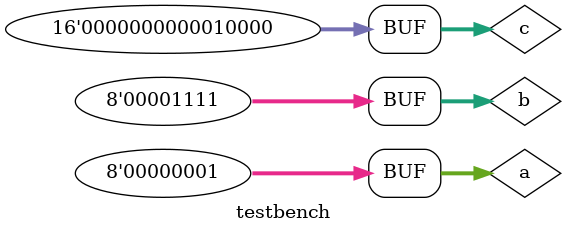
<source format=v>
`timescale 1ns/1ns

module testbench();
reg	 [7:0] a,b;
reg	 [15:0] c;
wire [15:0] d;

multiadder EX110_instance(
	.a(a),
	.b(b),
	.c(c),
	.d(d));

initial
begin
 a 	  = 'h00;
 b 	  = 'h00;
 c 	  = 'h0000;
 
 #10;  
 a 	  = 'h01;
 b	  = 'h01;
 c	  = 'hffff;
 #10;  
 a 	  = 'h00;
 b	  = 'h01;
 c	  = 'hffff;
 #10;  
 a 	  = 'h01;
 b	  = 'h0f;
 c	  = 'h0010;


 
end

endmodule

</source>
